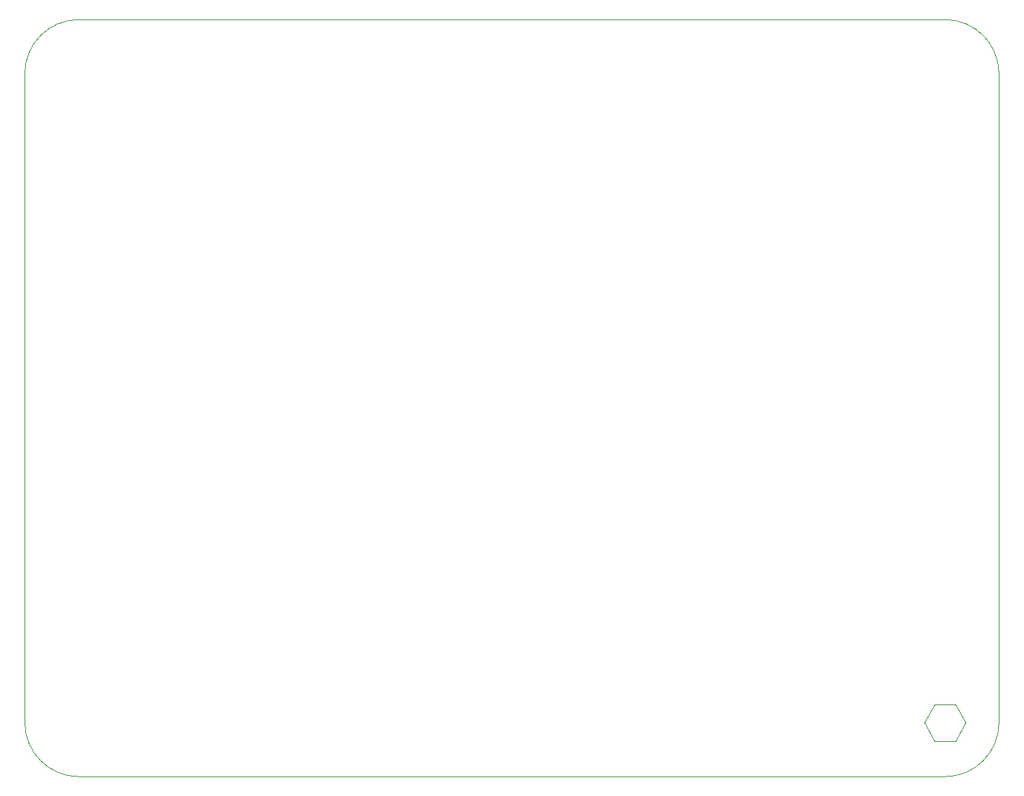
<source format=gbr>
%TF.GenerationSoftware,KiCad,Pcbnew,7.0.9*%
%TF.CreationDate,2023-11-17T20:14:56+09:00*%
%TF.ProjectId,Assemble,41737365-6d62-46c6-952e-6b696361645f,rev?*%
%TF.SameCoordinates,Original*%
%TF.FileFunction,Profile,NP*%
%FSLAX46Y46*%
G04 Gerber Fmt 4.6, Leading zero omitted, Abs format (unit mm)*
G04 Created by KiCad (PCBNEW 7.0.9) date 2023-11-17 20:14:56*
%MOMM*%
%LPD*%
G01*
G04 APERTURE LIST*
%TA.AperFunction,Profile*%
%ADD10C,0.100000*%
%TD*%
G04 APERTURE END LIST*
D10*
X127000000Y-107950000D02*
X127000000Y-184150000D01*
X12700000Y-184150000D02*
X12700000Y-107950000D01*
X19050000Y-101600000D02*
X120650000Y-101600000D01*
X120650000Y-190500000D02*
G75*
G03*
X127000000Y-184150000I0J6350000D01*
G01*
X120650000Y-190500000D02*
X19050000Y-190500000D01*
X19050000Y-101600000D02*
G75*
G03*
X12700000Y-107950000I0J-6350000D01*
G01*
X12700000Y-184150000D02*
G75*
G03*
X19050000Y-190500000I6350000J0D01*
G01*
X127000000Y-107950000D02*
G75*
G03*
X120650000Y-101600000I-6350000J0D01*
G01*
%TO.C,Ref\u002A\u002A*%
X118250000Y-184150000D02*
X119450000Y-186300000D01*
X119450000Y-182000000D02*
X118250000Y-184150000D01*
X119450000Y-186300000D02*
X121850000Y-186300000D01*
X121850000Y-182000000D02*
X119450000Y-182000000D01*
X121850000Y-186300000D02*
X123050000Y-184150000D01*
X123050000Y-184150000D02*
X121850000Y-182000000D01*
%TD*%
M02*

</source>
